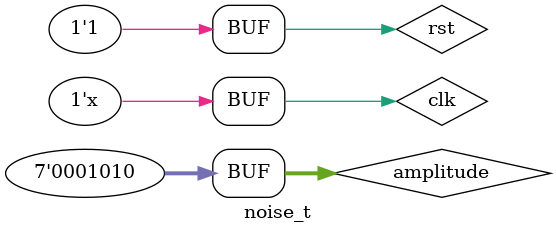
<source format=v>
`timescale 1ns / 1ps


module noise_t(

    );
    
    
    reg rst;
    
    reg clk;
    wire clk_div;
    reg [6:0] amplitude;
    wire [7:0] out;

    parameter cyc = 10;
    always #cyc clk <= ~clk;

    
    clock_divider cd(clk, rst, 32'd8, clk_div);
    
    noise n(
        clk,
        rst,
        clk_div,
        amplitude,
        out
    );
    
    initial begin
        clk <= 1'b1;
        rst <= 1'b1;
        amplitude <= 8'd127;
        
        #10 rst <= 1'b0;
        #20 rst <= 1'b1;
        
        #500;
        amplitude <= 8'd10;
        
        #1000;
        
        
    end
    
    
endmodule

</source>
